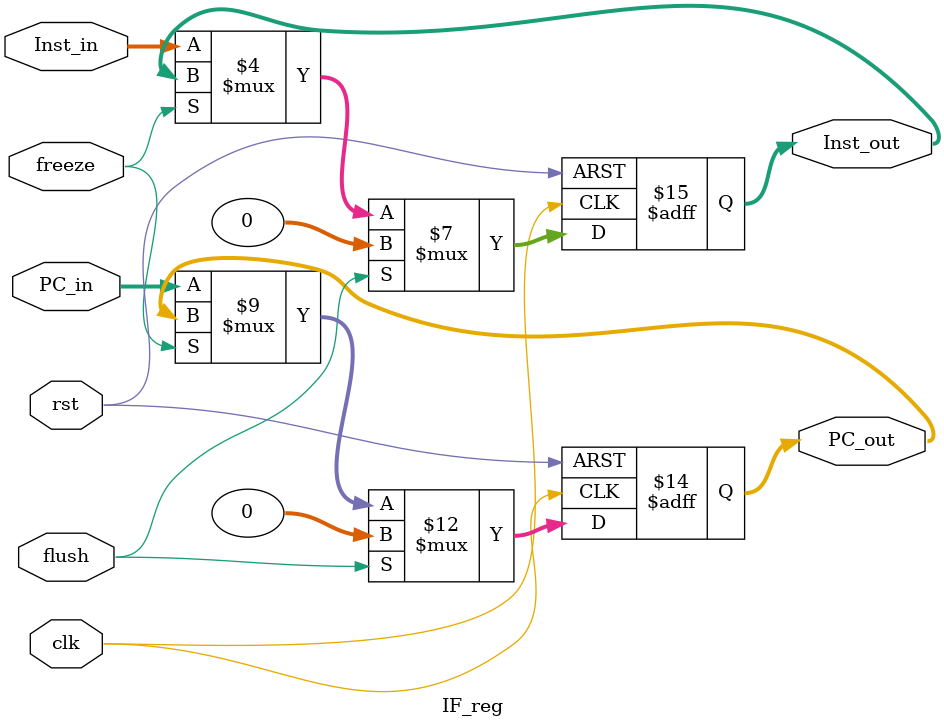
<source format=v>
module IF_reg(
    clk, rst, freeze, flush,
    PC_in, Inst_in,
    PC_out, Inst_out
    );
    parameter WIDTH = 32;
    input clk, rst, freeze, flush;
    input [WIDTH-1:0] PC_in, Inst_in;
    output reg [WIDTH-1:0] PC_out, Inst_out;

    always @(posedge clk or negedge rst) begin
        if(~rst) begin
            PC_out <= 32'b0;
            Inst_out <= 32'b0;
        end
        else if(flush) begin
            PC_out <= 32'b0;
            Inst_out <= 32'b0;
        end
        else if(~freeze) begin
            PC_out <= PC_in;
            Inst_out <= Inst_in;
        end
    end
endmodule

</source>
